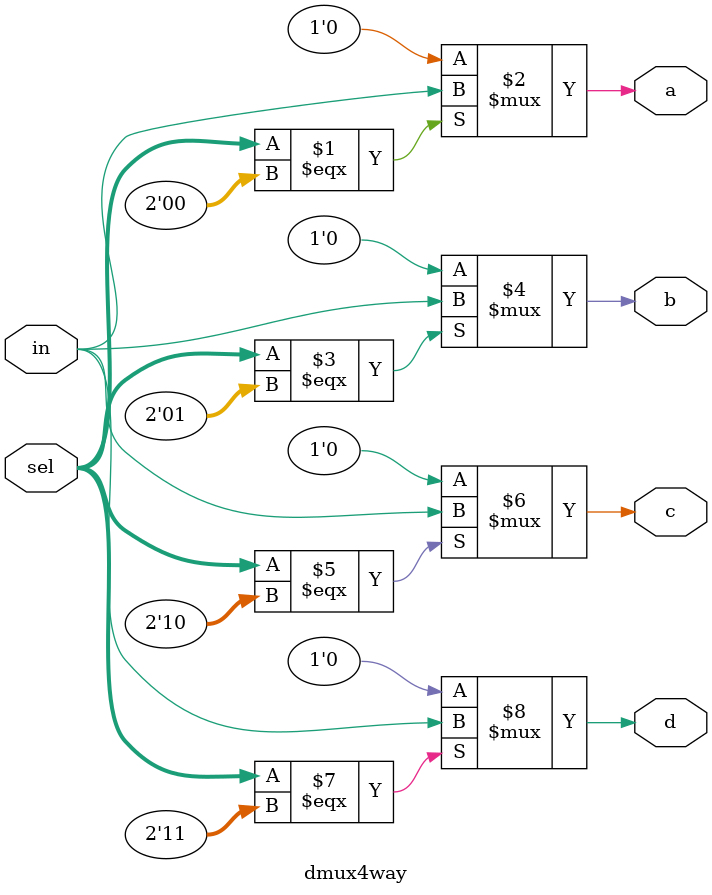
<source format=sv>
/**
 * 4-way demultiplexor:
 * {a, b, c, d} = {in, 0, 0, 0} if sel == 00
 *                {0, in, 0, 0} if sel == 01
 *                {0, 0, in, 0} if sel == 10
 *                {0, 0, 0, in} if sel == 11
 */


module dmux4way(input logic in, input logic [1:0] sel, output logic a, b, c, d);

  assign a = (sel === 2'b00) ? in : 1'b0;
  assign b = (sel === 2'b01) ? in : 1'b0;
  assign c = (sel === 2'b10) ? in : 1'b0;
  assign d = (sel === 2'b11) ? in : 1'b0;

endmodule


</source>
